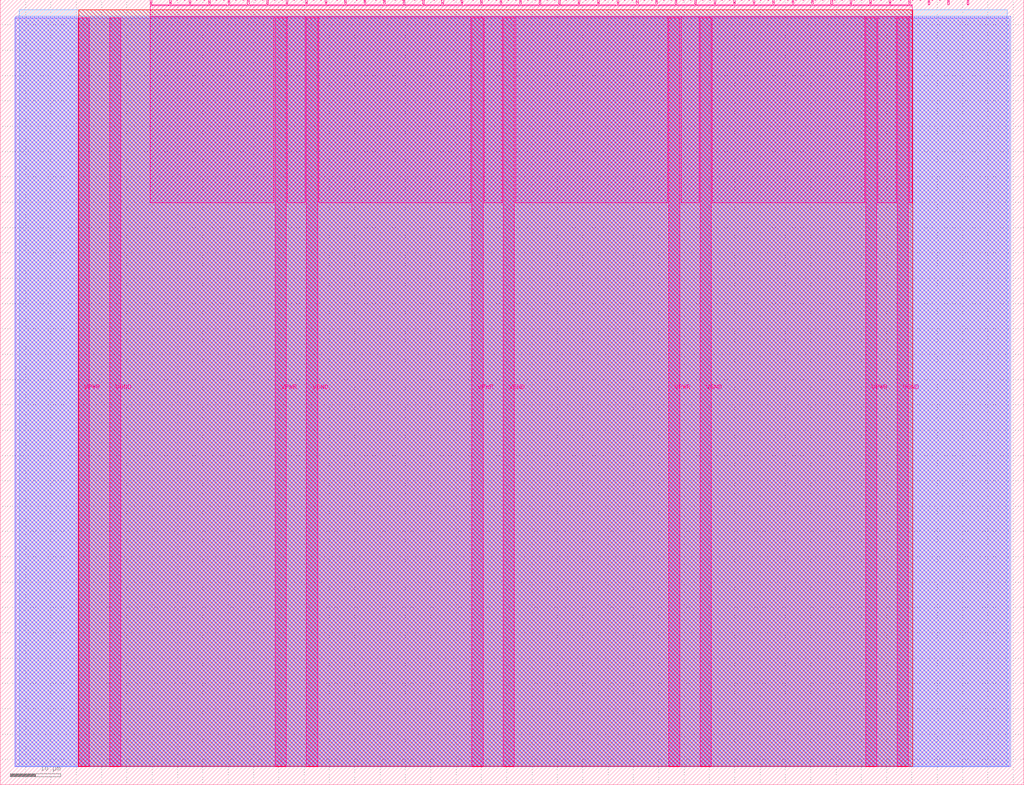
<source format=lef>
VERSION 5.7 ;
  NOWIREEXTENSIONATPIN ON ;
  DIVIDERCHAR "/" ;
  BUSBITCHARS "[]" ;
MACRO tt_um_wokwi_group_2
  CLASS BLOCK ;
  FOREIGN tt_um_wokwi_group_2 ;
  ORIGIN 0.000 0.000 ;
  SIZE 202.080 BY 154.980 ;
  PIN VGND
    DIRECTION INOUT ;
    USE GROUND ;
    PORT
      LAYER Metal5 ;
        RECT 21.580 3.560 23.780 151.420 ;
    END
    PORT
      LAYER Metal5 ;
        RECT 60.450 3.560 62.650 151.420 ;
    END
    PORT
      LAYER Metal5 ;
        RECT 99.320 3.560 101.520 151.420 ;
    END
    PORT
      LAYER Metal5 ;
        RECT 138.190 3.560 140.390 151.420 ;
    END
    PORT
      LAYER Metal5 ;
        RECT 177.060 3.560 179.260 151.420 ;
    END
  END VGND
  PIN VPWR
    DIRECTION INOUT ;
    USE POWER ;
    PORT
      LAYER Metal5 ;
        RECT 15.380 3.560 17.580 151.420 ;
    END
    PORT
      LAYER Metal5 ;
        RECT 54.250 3.560 56.450 151.420 ;
    END
    PORT
      LAYER Metal5 ;
        RECT 93.120 3.560 95.320 151.420 ;
    END
    PORT
      LAYER Metal5 ;
        RECT 131.990 3.560 134.190 151.420 ;
    END
    PORT
      LAYER Metal5 ;
        RECT 170.860 3.560 173.060 151.420 ;
    END
  END VPWR
  PIN clk
    DIRECTION INPUT ;
    USE SIGNAL ;
    PORT
      LAYER Metal5 ;
        RECT 187.050 153.980 187.350 154.980 ;
    END
  END clk
  PIN ena
    DIRECTION INPUT ;
    USE SIGNAL ;
    PORT
      LAYER Metal5 ;
        RECT 190.890 153.980 191.190 154.980 ;
    END
  END ena
  PIN rst_n
    DIRECTION INPUT ;
    USE SIGNAL ;
    PORT
      LAYER Metal5 ;
        RECT 183.210 153.980 183.510 154.980 ;
    END
  END rst_n
  PIN ui_in[0]
    DIRECTION INPUT ;
    USE SIGNAL ;
    ANTENNAGATEAREA 0.426400 ;
    PORT
      LAYER Metal5 ;
        RECT 179.370 153.980 179.670 154.980 ;
    END
  END ui_in[0]
  PIN ui_in[1]
    DIRECTION INPUT ;
    USE SIGNAL ;
    ANTENNAGATEAREA 0.393900 ;
    PORT
      LAYER Metal5 ;
        RECT 175.530 153.980 175.830 154.980 ;
    END
  END ui_in[1]
  PIN ui_in[2]
    DIRECTION INPUT ;
    USE SIGNAL ;
    ANTENNAGATEAREA 0.213200 ;
    PORT
      LAYER Metal5 ;
        RECT 171.690 153.980 171.990 154.980 ;
    END
  END ui_in[2]
  PIN ui_in[3]
    DIRECTION INPUT ;
    USE SIGNAL ;
    ANTENNAGATEAREA 0.314600 ;
    PORT
      LAYER Metal5 ;
        RECT 167.850 153.980 168.150 154.980 ;
    END
  END ui_in[3]
  PIN ui_in[4]
    DIRECTION INPUT ;
    USE SIGNAL ;
    ANTENNAGATEAREA 0.213200 ;
    PORT
      LAYER Metal5 ;
        RECT 164.010 153.980 164.310 154.980 ;
    END
  END ui_in[4]
  PIN ui_in[5]
    DIRECTION INPUT ;
    USE SIGNAL ;
    ANTENNAGATEAREA 0.180700 ;
    PORT
      LAYER Metal5 ;
        RECT 160.170 153.980 160.470 154.980 ;
    END
  END ui_in[5]
  PIN ui_in[6]
    DIRECTION INPUT ;
    USE SIGNAL ;
    ANTENNAGATEAREA 0.426400 ;
    PORT
      LAYER Metal5 ;
        RECT 156.330 153.980 156.630 154.980 ;
    END
  END ui_in[6]
  PIN ui_in[7]
    DIRECTION INPUT ;
    USE SIGNAL ;
    ANTENNAGATEAREA 0.314600 ;
    PORT
      LAYER Metal5 ;
        RECT 152.490 153.980 152.790 154.980 ;
    END
  END ui_in[7]
  PIN uio_in[0]
    DIRECTION INPUT ;
    USE SIGNAL ;
    ANTENNAGATEAREA 0.180700 ;
    PORT
      LAYER Metal5 ;
        RECT 148.650 153.980 148.950 154.980 ;
    END
  END uio_in[0]
  PIN uio_in[1]
    DIRECTION INPUT ;
    USE SIGNAL ;
    ANTENNAGATEAREA 0.213200 ;
    PORT
      LAYER Metal5 ;
        RECT 144.810 153.980 145.110 154.980 ;
    END
  END uio_in[1]
  PIN uio_in[2]
    DIRECTION INPUT ;
    USE SIGNAL ;
    ANTENNAGATEAREA 0.213200 ;
    PORT
      LAYER Metal5 ;
        RECT 140.970 153.980 141.270 154.980 ;
    END
  END uio_in[2]
  PIN uio_in[3]
    DIRECTION INPUT ;
    USE SIGNAL ;
    ANTENNAGATEAREA 0.213200 ;
    PORT
      LAYER Metal5 ;
        RECT 137.130 153.980 137.430 154.980 ;
    END
  END uio_in[3]
  PIN uio_in[4]
    DIRECTION INPUT ;
    USE SIGNAL ;
    PORT
      LAYER Metal5 ;
        RECT 133.290 153.980 133.590 154.980 ;
    END
  END uio_in[4]
  PIN uio_in[5]
    DIRECTION INPUT ;
    USE SIGNAL ;
    PORT
      LAYER Metal5 ;
        RECT 129.450 153.980 129.750 154.980 ;
    END
  END uio_in[5]
  PIN uio_in[6]
    DIRECTION INPUT ;
    USE SIGNAL ;
    PORT
      LAYER Metal5 ;
        RECT 125.610 153.980 125.910 154.980 ;
    END
  END uio_in[6]
  PIN uio_in[7]
    DIRECTION INPUT ;
    USE SIGNAL ;
    PORT
      LAYER Metal5 ;
        RECT 121.770 153.980 122.070 154.980 ;
    END
  END uio_in[7]
  PIN uio_oe[0]
    DIRECTION OUTPUT ;
    USE SIGNAL ;
    ANTENNADIFFAREA 0.299200 ;
    PORT
      LAYER Metal5 ;
        RECT 56.490 153.980 56.790 154.980 ;
    END
  END uio_oe[0]
  PIN uio_oe[1]
    DIRECTION OUTPUT ;
    USE SIGNAL ;
    ANTENNADIFFAREA 0.299200 ;
    PORT
      LAYER Metal5 ;
        RECT 52.650 153.980 52.950 154.980 ;
    END
  END uio_oe[1]
  PIN uio_oe[2]
    DIRECTION OUTPUT ;
    USE SIGNAL ;
    ANTENNADIFFAREA 0.299200 ;
    PORT
      LAYER Metal5 ;
        RECT 48.810 153.980 49.110 154.980 ;
    END
  END uio_oe[2]
  PIN uio_oe[3]
    DIRECTION OUTPUT ;
    USE SIGNAL ;
    ANTENNADIFFAREA 0.299200 ;
    PORT
      LAYER Metal5 ;
        RECT 44.970 153.980 45.270 154.980 ;
    END
  END uio_oe[3]
  PIN uio_oe[4]
    DIRECTION OUTPUT ;
    USE SIGNAL ;
    ANTENNADIFFAREA 0.299200 ;
    PORT
      LAYER Metal5 ;
        RECT 41.130 153.980 41.430 154.980 ;
    END
  END uio_oe[4]
  PIN uio_oe[5]
    DIRECTION OUTPUT ;
    USE SIGNAL ;
    ANTENNADIFFAREA 0.299200 ;
    PORT
      LAYER Metal5 ;
        RECT 37.290 153.980 37.590 154.980 ;
    END
  END uio_oe[5]
  PIN uio_oe[6]
    DIRECTION OUTPUT ;
    USE SIGNAL ;
    ANTENNADIFFAREA 0.299200 ;
    PORT
      LAYER Metal5 ;
        RECT 33.450 153.980 33.750 154.980 ;
    END
  END uio_oe[6]
  PIN uio_oe[7]
    DIRECTION OUTPUT ;
    USE SIGNAL ;
    ANTENNADIFFAREA 0.299200 ;
    PORT
      LAYER Metal5 ;
        RECT 29.610 153.980 29.910 154.980 ;
    END
  END uio_oe[7]
  PIN uio_out[0]
    DIRECTION OUTPUT ;
    USE SIGNAL ;
    ANTENNADIFFAREA 0.299200 ;
    PORT
      LAYER Metal5 ;
        RECT 87.210 153.980 87.510 154.980 ;
    END
  END uio_out[0]
  PIN uio_out[1]
    DIRECTION OUTPUT ;
    USE SIGNAL ;
    ANTENNADIFFAREA 0.299200 ;
    PORT
      LAYER Metal5 ;
        RECT 83.370 153.980 83.670 154.980 ;
    END
  END uio_out[1]
  PIN uio_out[2]
    DIRECTION OUTPUT ;
    USE SIGNAL ;
    ANTENNADIFFAREA 0.299200 ;
    PORT
      LAYER Metal5 ;
        RECT 79.530 153.980 79.830 154.980 ;
    END
  END uio_out[2]
  PIN uio_out[3]
    DIRECTION OUTPUT ;
    USE SIGNAL ;
    ANTENNADIFFAREA 0.299200 ;
    PORT
      LAYER Metal5 ;
        RECT 75.690 153.980 75.990 154.980 ;
    END
  END uio_out[3]
  PIN uio_out[4]
    DIRECTION OUTPUT ;
    USE SIGNAL ;
    ANTENNADIFFAREA 0.299200 ;
    PORT
      LAYER Metal5 ;
        RECT 71.850 153.980 72.150 154.980 ;
    END
  END uio_out[4]
  PIN uio_out[5]
    DIRECTION OUTPUT ;
    USE SIGNAL ;
    ANTENNADIFFAREA 0.299200 ;
    PORT
      LAYER Metal5 ;
        RECT 68.010 153.980 68.310 154.980 ;
    END
  END uio_out[5]
  PIN uio_out[6]
    DIRECTION OUTPUT ;
    USE SIGNAL ;
    ANTENNADIFFAREA 0.299200 ;
    PORT
      LAYER Metal5 ;
        RECT 64.170 153.980 64.470 154.980 ;
    END
  END uio_out[6]
  PIN uio_out[7]
    DIRECTION OUTPUT ;
    USE SIGNAL ;
    ANTENNADIFFAREA 0.299200 ;
    PORT
      LAYER Metal5 ;
        RECT 60.330 153.980 60.630 154.980 ;
    END
  END uio_out[7]
  PIN uo_out[0]
    DIRECTION OUTPUT ;
    USE SIGNAL ;
    ANTENNADIFFAREA 0.958400 ;
    PORT
      LAYER Metal5 ;
        RECT 117.930 153.980 118.230 154.980 ;
    END
  END uo_out[0]
  PIN uo_out[1]
    DIRECTION OUTPUT ;
    USE SIGNAL ;
    ANTENNADIFFAREA 0.958400 ;
    PORT
      LAYER Metal5 ;
        RECT 114.090 153.980 114.390 154.980 ;
    END
  END uo_out[1]
  PIN uo_out[2]
    DIRECTION OUTPUT ;
    USE SIGNAL ;
    ANTENNADIFFAREA 1.102800 ;
    PORT
      LAYER Metal5 ;
        RECT 110.250 153.980 110.550 154.980 ;
    END
  END uo_out[2]
  PIN uo_out[3]
    DIRECTION OUTPUT ;
    USE SIGNAL ;
    ANTENNADIFFAREA 1.135700 ;
    PORT
      LAYER Metal5 ;
        RECT 106.410 153.980 106.710 154.980 ;
    END
  END uo_out[3]
  PIN uo_out[4]
    DIRECTION OUTPUT ;
    USE SIGNAL ;
    ANTENNADIFFAREA 1.135700 ;
    PORT
      LAYER Metal5 ;
        RECT 102.570 153.980 102.870 154.980 ;
    END
  END uo_out[4]
  PIN uo_out[5]
    DIRECTION OUTPUT ;
    USE SIGNAL ;
    ANTENNADIFFAREA 1.102800 ;
    PORT
      LAYER Metal5 ;
        RECT 98.730 153.980 99.030 154.980 ;
    END
  END uo_out[5]
  PIN uo_out[6]
    DIRECTION OUTPUT ;
    USE SIGNAL ;
    ANTENNADIFFAREA 1.102800 ;
    PORT
      LAYER Metal5 ;
        RECT 94.890 153.980 95.190 154.980 ;
    END
  END uo_out[6]
  PIN uo_out[7]
    DIRECTION OUTPUT ;
    USE SIGNAL ;
    ANTENNADIFFAREA 1.135700 ;
    PORT
      LAYER Metal5 ;
        RECT 91.050 153.980 91.350 154.980 ;
    END
  END uo_out[7]
  OBS
      LAYER GatPoly ;
        RECT 2.880 3.630 199.200 151.350 ;
      LAYER Metal1 ;
        RECT 2.880 3.560 199.200 151.420 ;
      LAYER Metal2 ;
        RECT 3.085 3.680 199.475 151.720 ;
      LAYER Metal3 ;
        RECT 3.740 3.635 198.820 153.025 ;
      LAYER Metal4 ;
        RECT 15.515 3.680 180.145 152.980 ;
      LAYER Metal5 ;
        RECT 30.120 153.770 33.240 153.980 ;
        RECT 33.960 153.770 37.080 153.980 ;
        RECT 37.800 153.770 40.920 153.980 ;
        RECT 41.640 153.770 44.760 153.980 ;
        RECT 45.480 153.770 48.600 153.980 ;
        RECT 49.320 153.770 52.440 153.980 ;
        RECT 53.160 153.770 56.280 153.980 ;
        RECT 57.000 153.770 60.120 153.980 ;
        RECT 60.840 153.770 63.960 153.980 ;
        RECT 64.680 153.770 67.800 153.980 ;
        RECT 68.520 153.770 71.640 153.980 ;
        RECT 72.360 153.770 75.480 153.980 ;
        RECT 76.200 153.770 79.320 153.980 ;
        RECT 80.040 153.770 83.160 153.980 ;
        RECT 83.880 153.770 87.000 153.980 ;
        RECT 87.720 153.770 90.840 153.980 ;
        RECT 91.560 153.770 94.680 153.980 ;
        RECT 95.400 153.770 98.520 153.980 ;
        RECT 99.240 153.770 102.360 153.980 ;
        RECT 103.080 153.770 106.200 153.980 ;
        RECT 106.920 153.770 110.040 153.980 ;
        RECT 110.760 153.770 113.880 153.980 ;
        RECT 114.600 153.770 117.720 153.980 ;
        RECT 118.440 153.770 121.560 153.980 ;
        RECT 122.280 153.770 125.400 153.980 ;
        RECT 126.120 153.770 129.240 153.980 ;
        RECT 129.960 153.770 133.080 153.980 ;
        RECT 133.800 153.770 136.920 153.980 ;
        RECT 137.640 153.770 140.760 153.980 ;
        RECT 141.480 153.770 144.600 153.980 ;
        RECT 145.320 153.770 148.440 153.980 ;
        RECT 149.160 153.770 152.280 153.980 ;
        RECT 153.000 153.770 156.120 153.980 ;
        RECT 156.840 153.770 159.960 153.980 ;
        RECT 160.680 153.770 163.800 153.980 ;
        RECT 164.520 153.770 167.640 153.980 ;
        RECT 168.360 153.770 171.480 153.980 ;
        RECT 172.200 153.770 175.320 153.980 ;
        RECT 176.040 153.770 179.160 153.980 ;
        RECT 179.880 153.770 180.100 153.980 ;
        RECT 29.660 151.630 180.100 153.770 ;
        RECT 29.660 114.935 54.040 151.630 ;
        RECT 56.660 114.935 60.240 151.630 ;
        RECT 62.860 114.935 92.910 151.630 ;
        RECT 95.530 114.935 99.110 151.630 ;
        RECT 101.730 114.935 131.780 151.630 ;
        RECT 134.400 114.935 137.980 151.630 ;
        RECT 140.600 114.935 170.650 151.630 ;
        RECT 173.270 114.935 176.850 151.630 ;
        RECT 179.470 114.935 180.100 151.630 ;
  END
END tt_um_wokwi_group_2
END LIBRARY


</source>
